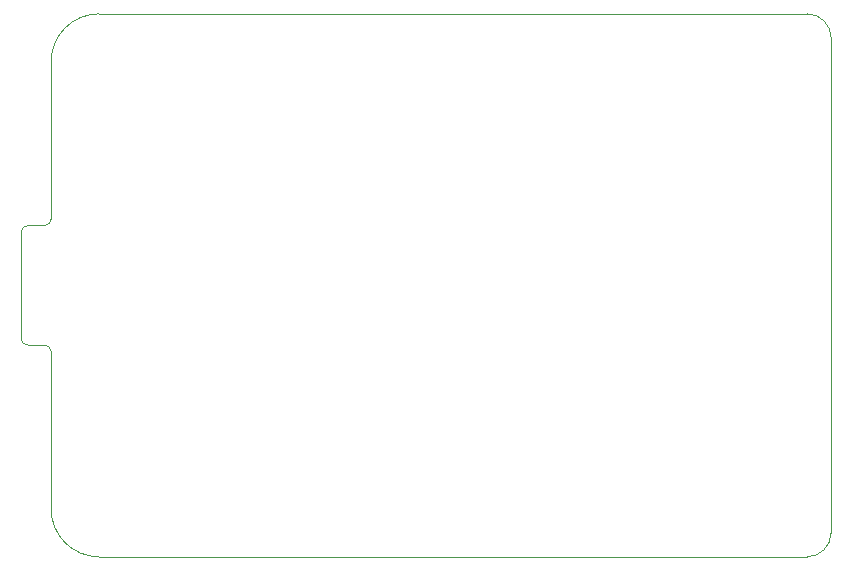
<source format=gbr>
%TF.GenerationSoftware,KiCad,Pcbnew,(6.0.2)*%
%TF.CreationDate,2022-05-06T23:20:48+08:00*%
%TF.ProjectId,NoiseAMP_V2.3,4e6f6973-6541-44d5-905f-56322e332e6b,rev?*%
%TF.SameCoordinates,Original*%
%TF.FileFunction,Profile,NP*%
%FSLAX46Y46*%
G04 Gerber Fmt 4.6, Leading zero omitted, Abs format (unit mm)*
G04 Created by KiCad (PCBNEW (6.0.2)) date 2022-05-06 23:20:48*
%MOMM*%
%LPD*%
G01*
G04 APERTURE LIST*
%TA.AperFunction,Profile*%
%ADD10C,0.100000*%
%TD*%
G04 APERTURE END LIST*
D10*
X110854453Y-92836999D02*
G75*
G03*
X110219453Y-93471999I-1J-634999D01*
G01*
X178816000Y-76962000D02*
G75*
G03*
X176784000Y-74930000I-2032000J0D01*
G01*
X116840000Y-74930000D02*
G75*
G03*
X112776000Y-78994000I0J-4064000D01*
G01*
X112776000Y-92329000D02*
X112776000Y-78994000D01*
X112268000Y-92837000D02*
G75*
G03*
X112776000Y-92329000I-1J508001D01*
G01*
X112776000Y-103505000D02*
G75*
G03*
X112268000Y-102997000I-508001J-1D01*
G01*
X110854453Y-92836999D02*
X112268000Y-92837000D01*
X176784000Y-120904000D02*
G75*
G03*
X178816000Y-118872000I0J2032000D01*
G01*
X112776000Y-116840000D02*
X112776000Y-103505000D01*
X110219453Y-93471999D02*
X110219453Y-102361999D01*
X110219453Y-102361999D02*
G75*
G03*
X110854453Y-102996999I634999J-1D01*
G01*
X112776000Y-116840000D02*
G75*
G03*
X116840000Y-120904000I4064000J0D01*
G01*
X178816000Y-76962000D02*
X178816000Y-118872000D01*
X116840000Y-74930000D02*
X176784000Y-74930000D01*
X116840000Y-120904000D02*
X176784000Y-120904000D01*
X110854453Y-102996999D02*
X112268000Y-102997000D01*
M02*

</source>
